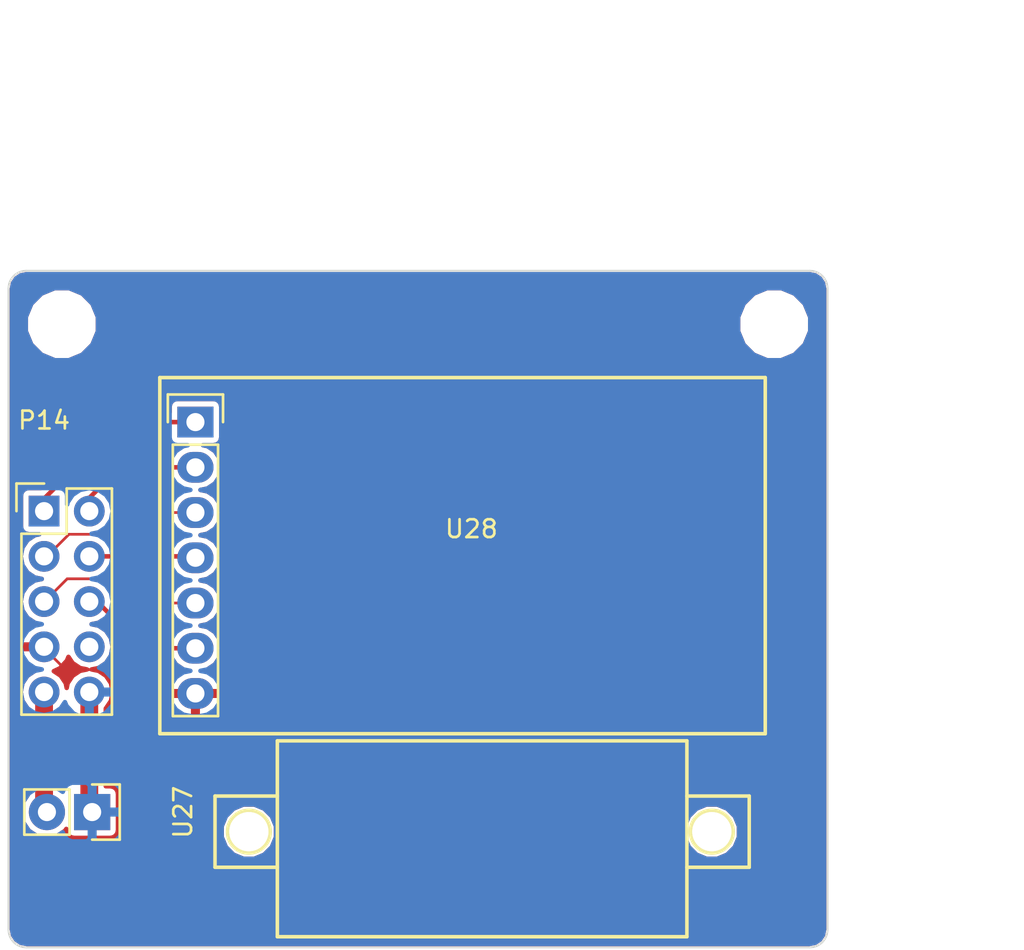
<source format=kicad_pcb>
(kicad_pcb (version 4) (host pcbnew 4.0.1-stable)

  (general
    (links 9)
    (no_connects 0)
    (area 34.767857 46.15 95.232143 92.050001)
    (thickness 1.6)
    (drawings 27)
    (tracks 30)
    (zones 0)
    (modules 7)
    (nets 11)
  )

  (page A3)
  (title_block
    (title "NTK robot")
    (date 2016-10-26)
  )

  (layers
    (0 F.Cu signal)
    (31 B.Cu signal)
    (36 B.SilkS user)
    (37 F.SilkS user)
    (38 B.Mask user)
    (39 F.Mask user)
    (40 Dwgs.User user)
    (41 Cmts.User user)
    (44 Edge.Cuts user)
  )

  (setup
    (last_trace_width 1)
    (user_trace_width 0.1524)
    (user_trace_width 0.254)
    (user_trace_width 0.5)
    (user_trace_width 0.8)
    (user_trace_width 1)
    (user_trace_width 1.5)
    (trace_clearance 0.3)
    (zone_clearance 0.02)
    (zone_45_only no)
    (trace_min 0.1524)
    (segment_width 0.2)
    (edge_width 0.1)
    (via_size 0.6)
    (via_drill 0.3)
    (via_min_size 0.6)
    (via_min_drill 0.3)
    (uvia_size 0.3)
    (uvia_drill 0.1)
    (uvias_allowed no)
    (uvia_min_size 0.2)
    (uvia_min_drill 0.1)
    (pcb_text_width 0.3)
    (pcb_text_size 1.5 1.5)
    (mod_edge_width 0.15)
    (mod_text_size 1 1)
    (mod_text_width 0.15)
    (pad_size 1.5 1.5)
    (pad_drill 0.6)
    (pad_to_mask_clearance 0)
    (aux_axis_origin 0 0)
    (visible_elements 7FFFFFFF)
    (pcbplotparams
      (layerselection 0x00030_80000001)
      (usegerberextensions false)
      (excludeedgelayer true)
      (linewidth 0.100000)
      (plotframeref false)
      (viasonmask false)
      (mode 1)
      (useauxorigin false)
      (hpglpennumber 1)
      (hpglpenspeed 20)
      (hpglpendiameter 15)
      (hpglpenoverlay 2)
      (psnegative false)
      (psa4output false)
      (plotreference true)
      (plotvalue true)
      (plotinvisibletext false)
      (padsonsilk false)
      (subtractmaskfromsilk false)
      (outputformat 1)
      (mirror false)
      (drillshape 1)
      (scaleselection 1)
      (outputdirectory ""))
  )

  (net 0 "")
  (net 1 "Net-(P14-Pad1)")
  (net 2 "Net-(P14-Pad2)")
  (net 3 "Net-(P14-Pad3)")
  (net 4 "Net-(P14-Pad4)")
  (net 5 "Net-(P14-Pad5)")
  (net 6 "Net-(P14-Pad6)")
  (net 7 "Net-(P14-Pad7)")
  (net 8 "Net-(P14-Pad8)")
  (net 9 "Net-(P14-Pad9)")
  (net 10 "Net-(P14-Pad10)")

  (net_class Default "これは標準のネット クラスです。"
    (clearance 0.3)
    (trace_width 1)
    (via_dia 0.6)
    (via_drill 0.3)
    (uvia_dia 0.3)
    (uvia_drill 0.1)
    (add_net "Net-(P14-Pad1)")
    (add_net "Net-(P14-Pad10)")
    (add_net "Net-(P14-Pad2)")
    (add_net "Net-(P14-Pad3)")
    (add_net "Net-(P14-Pad4)")
    (add_net "Net-(P14-Pad5)")
    (add_net "Net-(P14-Pad6)")
    (add_net "Net-(P14-Pad7)")
    (add_net "Net-(P14-Pad8)")
    (add_net "Net-(P14-Pad9)")
  )

  (net_class 0.8mmWidth ""
    (clearance 0.5)
    (trace_width 0.8)
    (via_dia 0.6)
    (via_drill 0.4)
    (uvia_dia 0.3)
    (uvia_drill 0.1)
  )

  (net_class 1mmWidth ""
    (clearance 0.8)
    (trace_width 1)
    (via_dia 0.6)
    (via_drill 0.4)
    (uvia_dia 0.3)
    (uvia_drill 0.1)
  )

  (module Mounting_Holes:MountingHole_3.2mm_M3 (layer F.Cu) (tedit 58207058) (tstamp 58207488)
    (at 85 57)
    (descr "Mounting Hole 3.2mm, no annular, M3")
    (tags "mounting hole 3.2mm no annular m3")
    (fp_text reference REF** (at 0 -4.2) (layer F.SilkS) hide
      (effects (font (size 1 1) (thickness 0.15)))
    )
    (fp_text value MountingHole_3.2mm_M3 (at 0 4.2) (layer F.Fab) hide
      (effects (font (size 1 1) (thickness 0.15)))
    )
    (fp_circle (center 0 0) (end 3.2 0) (layer Cmts.User) (width 0.15))
    (fp_circle (center 0 0) (end 3.45 0) (layer F.CrtYd) (width 0.05))
    (pad 1 np_thru_hole circle (at 0 0) (size 3.2 3.2) (drill 3.2) (layers *.Cu *.Mask))
  )

  (module Mounting_Holes:MountingHole_2.2mm_M2 (layer F.Cu) (tedit 58206DD5) (tstamp 58206F42)
    (at 55.5 85.5)
    (descr "Mounting Hole 2.2mm, no annular, M2")
    (tags "mounting hole 2.2mm no annular m2")
    (fp_text reference REF** (at 0 -3.2) (layer F.SilkS) hide
      (effects (font (size 1 1) (thickness 0.15)))
    )
    (fp_text value MountingHole_2.2mm_M2 (at 0 3.2) (layer F.Fab) hide
      (effects (font (size 1 1) (thickness 0.15)))
    )
    (fp_circle (center 0 0) (end 2.2 0) (layer Cmts.User) (width 0.15))
    (fp_circle (center 0 0) (end 2.45 0) (layer F.CrtYd) (width 0.05))
    (pad 1 np_thru_hole circle (at 0 0) (size 2.2 2.2) (drill 2.2) (layers *.Cu *.Mask))
  )

  (module Pin_Headers:Pin_Header_Straight_2x05 (layer F.Cu) (tedit 0) (tstamp 5820745B)
    (at 44 67.5)
    (descr "Through hole pin header")
    (tags "pin header")
    (path /58097E14/580983BD)
    (fp_text reference P14 (at 0 -5.1) (layer F.SilkS)
      (effects (font (size 1 1) (thickness 0.15)))
    )
    (fp_text value CONN_01X10 (at 0 -3.1) (layer F.Fab)
      (effects (font (size 1 1) (thickness 0.15)))
    )
    (fp_line (start -1.75 -1.75) (end -1.75 11.95) (layer F.CrtYd) (width 0.05))
    (fp_line (start 4.3 -1.75) (end 4.3 11.95) (layer F.CrtYd) (width 0.05))
    (fp_line (start -1.75 -1.75) (end 4.3 -1.75) (layer F.CrtYd) (width 0.05))
    (fp_line (start -1.75 11.95) (end 4.3 11.95) (layer F.CrtYd) (width 0.05))
    (fp_line (start 3.81 -1.27) (end 3.81 11.43) (layer F.SilkS) (width 0.15))
    (fp_line (start 3.81 11.43) (end -1.27 11.43) (layer F.SilkS) (width 0.15))
    (fp_line (start -1.27 11.43) (end -1.27 1.27) (layer F.SilkS) (width 0.15))
    (fp_line (start 3.81 -1.27) (end 1.27 -1.27) (layer F.SilkS) (width 0.15))
    (fp_line (start 0 -1.55) (end -1.55 -1.55) (layer F.SilkS) (width 0.15))
    (fp_line (start 1.27 -1.27) (end 1.27 1.27) (layer F.SilkS) (width 0.15))
    (fp_line (start 1.27 1.27) (end -1.27 1.27) (layer F.SilkS) (width 0.15))
    (fp_line (start -1.55 -1.55) (end -1.55 0) (layer F.SilkS) (width 0.15))
    (pad 1 thru_hole rect (at 0 0) (size 1.7272 1.7272) (drill 1.016) (layers *.Cu *.Mask)
      (net 1 "Net-(P14-Pad1)"))
    (pad 2 thru_hole oval (at 2.54 0) (size 1.7272 1.7272) (drill 1.016) (layers *.Cu *.Mask)
      (net 2 "Net-(P14-Pad2)"))
    (pad 3 thru_hole oval (at 0 2.54) (size 1.7272 1.7272) (drill 1.016) (layers *.Cu *.Mask)
      (net 3 "Net-(P14-Pad3)"))
    (pad 4 thru_hole oval (at 2.54 2.54) (size 1.7272 1.7272) (drill 1.016) (layers *.Cu *.Mask)
      (net 4 "Net-(P14-Pad4)"))
    (pad 5 thru_hole oval (at 0 5.08) (size 1.7272 1.7272) (drill 1.016) (layers *.Cu *.Mask)
      (net 5 "Net-(P14-Pad5)"))
    (pad 6 thru_hole oval (at 2.54 5.08) (size 1.7272 1.7272) (drill 1.016) (layers *.Cu *.Mask)
      (net 6 "Net-(P14-Pad6)"))
    (pad 7 thru_hole oval (at 0 7.62) (size 1.7272 1.7272) (drill 1.016) (layers *.Cu *.Mask)
      (net 7 "Net-(P14-Pad7)"))
    (pad 8 thru_hole oval (at 2.54 7.62) (size 1.7272 1.7272) (drill 1.016) (layers *.Cu *.Mask)
      (net 8 "Net-(P14-Pad8)"))
    (pad 9 thru_hole oval (at 0 10.16) (size 1.7272 1.7272) (drill 1.016) (layers *.Cu *.Mask)
      (net 9 "Net-(P14-Pad9)"))
    (pad 10 thru_hole oval (at 2.54 10.16) (size 1.7272 1.7272) (drill 1.016) (layers *.Cu *.Mask)
      (net 10 "Net-(P14-Pad10)"))
    (model Pin_Headers.3dshapes/Pin_Header_Straight_2x05.wrl
      (at (xyz 0.05 -0.2 0))
      (scale (xyz 1 1 1))
      (rotate (xyz 0 0 90))
    )
  )

  (module Pin_Headers:Pin_Header_Straight_1x02 (layer F.Cu) (tedit 54EA090C) (tstamp 58207984)
    (at 46.7 84.4 270)
    (descr "Through hole pin header")
    (tags "pin header")
    (path /58097E14/58098322)
    (fp_text reference U27 (at 0 -5.1 270) (layer F.SilkS)
      (effects (font (size 1 1) (thickness 0.15)))
    )
    (fp_text value DCV-meter (at 0 -3.1 270) (layer F.Fab)
      (effects (font (size 1 1) (thickness 0.15)))
    )
    (fp_line (start 1.27 1.27) (end 1.27 3.81) (layer F.SilkS) (width 0.15))
    (fp_line (start 1.55 -1.55) (end 1.55 0) (layer F.SilkS) (width 0.15))
    (fp_line (start -1.75 -1.75) (end -1.75 4.3) (layer F.CrtYd) (width 0.05))
    (fp_line (start 1.75 -1.75) (end 1.75 4.3) (layer F.CrtYd) (width 0.05))
    (fp_line (start -1.75 -1.75) (end 1.75 -1.75) (layer F.CrtYd) (width 0.05))
    (fp_line (start -1.75 4.3) (end 1.75 4.3) (layer F.CrtYd) (width 0.05))
    (fp_line (start 1.27 1.27) (end -1.27 1.27) (layer F.SilkS) (width 0.15))
    (fp_line (start -1.55 0) (end -1.55 -1.55) (layer F.SilkS) (width 0.15))
    (fp_line (start -1.55 -1.55) (end 1.55 -1.55) (layer F.SilkS) (width 0.15))
    (fp_line (start -1.27 1.27) (end -1.27 3.81) (layer F.SilkS) (width 0.15))
    (fp_line (start -1.27 3.81) (end 1.27 3.81) (layer F.SilkS) (width 0.15))
    (pad 1 thru_hole rect (at 0 0 270) (size 2.032 2.032) (drill 1.016) (layers *.Cu *.Mask)
      (net 10 "Net-(P14-Pad10)"))
    (pad 2 thru_hole oval (at 0 2.54 270) (size 2.032 2.032) (drill 1.016) (layers *.Cu *.Mask)
      (net 9 "Net-(P14-Pad9)"))
    (model Pin_Headers.3dshapes/Pin_Header_Straight_1x02.wrl
      (at (xyz 0 -0.05 0))
      (scale (xyz 1 1 1))
      (rotate (xyz 0 0 90))
    )
  )

  (module Socket_Strips:Socket_Strip_Straight_1x07 (layer F.Cu) (tedit 58206BED) (tstamp 5820799A)
    (at 52.5 62.5 270)
    (descr "Through hole socket strip")
    (tags "socket strip")
    (path /58097E14/580981DF)
    (fp_text reference U28 (at 6 -15.5 360) (layer F.SilkS)
      (effects (font (size 1 1) (thickness 0.15)))
    )
    (fp_text value AQM1248A (at 7.5 -16 360) (layer F.Fab)
      (effects (font (size 1 1) (thickness 0.15)))
    )
    (fp_line (start -1.75 -1.75) (end -1.75 1.75) (layer F.CrtYd) (width 0.05))
    (fp_line (start 17 -1.75) (end 17 1.75) (layer F.CrtYd) (width 0.05))
    (fp_line (start -1.75 -1.75) (end 17 -1.75) (layer F.CrtYd) (width 0.05))
    (fp_line (start -1.75 1.75) (end 17 1.75) (layer F.CrtYd) (width 0.05))
    (fp_line (start 1.27 1.27) (end 16.51 1.27) (layer F.SilkS) (width 0.15))
    (fp_line (start 16.51 1.27) (end 16.51 -1.27) (layer F.SilkS) (width 0.15))
    (fp_line (start 16.51 -1.27) (end 1.27 -1.27) (layer F.SilkS) (width 0.15))
    (fp_line (start -1.55 1.55) (end 0 1.55) (layer F.SilkS) (width 0.15))
    (fp_line (start 1.27 1.27) (end 1.27 -1.27) (layer F.SilkS) (width 0.15))
    (fp_line (start 0 -1.55) (end -1.55 -1.55) (layer F.SilkS) (width 0.15))
    (fp_line (start -1.55 -1.55) (end -1.55 1.55) (layer F.SilkS) (width 0.15))
    (pad 1 thru_hole rect (at 0 0 270) (size 1.7272 2.032) (drill 1.016) (layers *.Cu *.Mask)
      (net 1 "Net-(P14-Pad1)"))
    (pad 2 thru_hole oval (at 2.54 0 270) (size 1.7272 2.032) (drill 1.016) (layers *.Cu *.Mask)
      (net 2 "Net-(P14-Pad2)"))
    (pad 3 thru_hole oval (at 5.08 0 270) (size 1.7272 2.032) (drill 1.016) (layers *.Cu *.Mask)
      (net 3 "Net-(P14-Pad3)"))
    (pad 4 thru_hole oval (at 7.62 0 270) (size 1.7272 2.032) (drill 1.016) (layers *.Cu *.Mask)
      (net 4 "Net-(P14-Pad4)"))
    (pad 5 thru_hole oval (at 10.16 0 270) (size 1.7272 2.032) (drill 1.016) (layers *.Cu *.Mask)
      (net 5 "Net-(P14-Pad5)"))
    (pad 6 thru_hole oval (at 12.7 0 270) (size 1.7272 2.032) (drill 1.016) (layers *.Cu *.Mask)
      (net 6 "Net-(P14-Pad6)"))
    (pad 7 thru_hole oval (at 15.24 0 270) (size 1.7272 2.032) (drill 1.016) (layers *.Cu *.Mask)
      (net 7 "Net-(P14-Pad7)"))
    (model Socket_Strips.3dshapes/Socket_Strip_Straight_1x07.wrl
      (at (xyz 0.3 0 0))
      (scale (xyz 1 1 1))
      (rotate (xyz 0 0 180))
    )
  )

  (module Mounting_Holes:MountingHole_2.2mm_M2 (layer F.Cu) (tedit 58206DD5) (tstamp 58206F22)
    (at 81.5 85.5)
    (descr "Mounting Hole 2.2mm, no annular, M2")
    (tags "mounting hole 2.2mm no annular m2")
    (fp_text reference REF** (at 0 -3.2) (layer F.SilkS) hide
      (effects (font (size 1 1) (thickness 0.15)))
    )
    (fp_text value MountingHole_2.2mm_M2 (at 0 3.2) (layer F.Fab) hide
      (effects (font (size 1 1) (thickness 0.15)))
    )
    (fp_circle (center 0 0) (end 2.2 0) (layer Cmts.User) (width 0.15))
    (fp_circle (center 0 0) (end 2.45 0) (layer F.CrtYd) (width 0.05))
    (pad 1 np_thru_hole circle (at 0 0) (size 2.2 2.2) (drill 2.2) (layers *.Cu *.Mask))
  )

  (module Mounting_Holes:MountingHole_3.2mm_M3 (layer F.Cu) (tedit 58207058) (tstamp 5820746F)
    (at 45 57)
    (descr "Mounting Hole 3.2mm, no annular, M3")
    (tags "mounting hole 3.2mm no annular m3")
    (fp_text reference REF** (at 0 -4.2) (layer F.SilkS) hide
      (effects (font (size 1 1) (thickness 0.15)))
    )
    (fp_text value MountingHole_3.2mm_M3 (at 0 4.2) (layer F.Fab) hide
      (effects (font (size 1 1) (thickness 0.15)))
    )
    (fp_circle (center 0 0) (end 3.2 0) (layer Cmts.User) (width 0.15))
    (fp_circle (center 0 0) (end 3.45 0) (layer F.CrtYd) (width 0.05))
    (pad 1 np_thru_hole circle (at 0 0) (size 3.2 3.2) (drill 3.2) (layers *.Cu *.Mask))
  )

  (dimension 46 (width 0.3) (layer Dwgs.User)
    (gr_text "46.000 mm" (at 65 40.65) (layer Dwgs.User)
      (effects (font (size 1.5 1.5) (thickness 0.3)))
    )
    (feature1 (pts (xy 88 54) (xy 88 39.3)))
    (feature2 (pts (xy 42 54) (xy 42 39.3)))
    (crossbar (pts (xy 42 42) (xy 88 42)))
    (arrow1a (pts (xy 88 42) (xy 86.873496 42.586421)))
    (arrow1b (pts (xy 88 42) (xy 86.873496 41.413579)))
    (arrow2a (pts (xy 42 42) (xy 43.126504 42.586421)))
    (arrow2b (pts (xy 42 42) (xy 43.126504 41.413579)))
  )
  (dimension 38 (width 0.3) (layer Dwgs.User)
    (gr_text "38.000 mm" (at 96.35 73 270) (layer Dwgs.User)
      (effects (font (size 1.5 1.5) (thickness 0.3)))
    )
    (feature1 (pts (xy 88 92) (xy 97.7 92)))
    (feature2 (pts (xy 88 54) (xy 97.7 54)))
    (crossbar (pts (xy 95 54) (xy 95 92)))
    (arrow1a (pts (xy 95 92) (xy 94.413579 90.873496)))
    (arrow1b (pts (xy 95 92) (xy 95.586421 90.873496)))
    (arrow2a (pts (xy 95 54) (xy 94.413579 55.126504)))
    (arrow2b (pts (xy 95 54) (xy 95.586421 55.126504)))
  )
  (gr_line (start 87 54) (end 43 54) (angle 90) (layer Edge.Cuts) (width 0.1))
  (gr_line (start 88 91) (end 88 55) (angle 90) (layer Edge.Cuts) (width 0.1))
  (gr_line (start 43 92) (end 87 92) (angle 90) (layer Edge.Cuts) (width 0.1))
  (gr_line (start 42 55) (end 42 91) (angle 90) (layer Edge.Cuts) (width 0.1))
  (gr_arc (start 43 91) (end 43 92) (angle 90) (layer Edge.Cuts) (width 0.1))
  (gr_arc (start 87 91) (end 88 91) (angle 90) (layer Edge.Cuts) (width 0.1))
  (gr_arc (start 87 55) (end 87 54) (angle 90) (layer Edge.Cuts) (width 0.1))
  (gr_arc (start 43 55) (end 42 55) (angle 90) (layer Edge.Cuts) (width 0.1))
  (dimension 40 (width 0.3) (layer Dwgs.User)
    (gr_text "40.000 mm" (at 65 47.65) (layer Dwgs.User)
      (effects (font (size 1.5 1.5) (thickness 0.3)))
    )
    (feature1 (pts (xy 85 57) (xy 85 46.3)))
    (feature2 (pts (xy 45 57) (xy 45 46.3)))
    (crossbar (pts (xy 45 49) (xy 85 49)))
    (arrow1a (pts (xy 85 49) (xy 83.873496 49.586421)))
    (arrow1b (pts (xy 85 49) (xy 83.873496 48.413579)))
    (arrow2a (pts (xy 45 49) (xy 46.126504 49.586421)))
    (arrow2b (pts (xy 45 49) (xy 46.126504 48.413579)))
  )
  (gr_circle (center 55.5 85.5) (end 56.7 85.5) (layer F.SilkS) (width 0.2) (tstamp 58206D5A))
  (gr_circle (center 81.5 85.5) (end 82.7 85.5) (layer F.SilkS) (width 0.2))
  (gr_line (start 83.6 83.5) (end 80.1 83.5) (angle 90) (layer F.SilkS) (width 0.2))
  (gr_line (start 83.6 87.5) (end 80.1 87.5) (angle 90) (layer F.SilkS) (width 0.2))
  (gr_line (start 83.6 83.5) (end 83.6 87.5) (angle 90) (layer F.SilkS) (width 0.2))
  (gr_line (start 57.1 83.5) (end 53.6 83.5) (angle 90) (layer F.SilkS) (width 0.2))
  (gr_line (start 53.6 87.5) (end 57.1 87.5) (angle 90) (layer F.SilkS) (width 0.2))
  (gr_line (start 53.6 83.5) (end 53.6 87.5) (angle 90) (layer F.SilkS) (width 0.2))
  (gr_line (start 57.1 80.4) (end 80.1 80.4) (angle 90) (layer F.SilkS) (width 0.2))
  (gr_line (start 57.1 91.4) (end 57.1 80.4) (angle 90) (layer F.SilkS) (width 0.2))
  (gr_line (start 80.1 91.4) (end 57.1 91.4) (angle 90) (layer F.SilkS) (width 0.2))
  (gr_line (start 80.1 80.4) (end 80.1 91.4) (angle 90) (layer F.SilkS) (width 0.2))
  (gr_line (start 50.5 80) (end 50.5 60) (angle 90) (layer F.SilkS) (width 0.2))
  (gr_line (start 84.5 80) (end 50.5 80) (angle 90) (layer F.SilkS) (width 0.2))
  (gr_line (start 84.5 60) (end 84.5 80) (angle 90) (layer F.SilkS) (width 0.2))
  (gr_line (start 50.5 60) (end 84.5 60) (angle 90) (layer F.SilkS) (width 0.2))

  (segment (start 44 67.5) (end 44 66.8) (width 0.254) (layer F.Cu) (net 1))
  (segment (start 44 66.8) (end 48.3 62.5) (width 0.254) (layer F.Cu) (net 1) (tstamp 58206F5C))
  (segment (start 48.3 62.5) (end 52.5 62.5) (width 0.254) (layer F.Cu) (net 1) (tstamp 58206F5D))
  (segment (start 46.54 67.5) (end 46.54 66.76) (width 0.254) (layer F.Cu) (net 2))
  (segment (start 46.54 66.76) (end 48.26 65.04) (width 0.254) (layer F.Cu) (net 2) (tstamp 58206F61))
  (segment (start 48.26 65.04) (end 52.5 65.04) (width 0.254) (layer F.Cu) (net 2) (tstamp 58206F62))
  (segment (start 44 70.04) (end 44.16 70.04) (width 0.1524) (layer F.Cu) (net 3))
  (segment (start 44.16 70.04) (end 45.4 68.8) (width 0.1524) (layer F.Cu) (net 3) (tstamp 58206F68))
  (segment (start 45.4 68.8) (end 47.8 68.8) (width 0.1524) (layer F.Cu) (net 3) (tstamp 58206F69))
  (segment (start 47.8 68.8) (end 49.02 67.58) (width 0.1524) (layer F.Cu) (net 3) (tstamp 58206F6B))
  (segment (start 49.02 67.58) (end 52.5 67.58) (width 0.1524) (layer F.Cu) (net 3) (tstamp 58206F6D))
  (segment (start 46.54 70.04) (end 52.42 70.04) (width 0.254) (layer F.Cu) (net 4))
  (segment (start 52.42 70.04) (end 52.5 70.12) (width 0.254) (layer F.Cu) (net 4) (tstamp 58206F84))
  (segment (start 44 72.58) (end 44.02 72.58) (width 0.1524) (layer F.Cu) (net 5))
  (segment (start 44.02 72.58) (end 45.3 71.3) (width 0.1524) (layer F.Cu) (net 5) (tstamp 58206F71))
  (segment (start 45.3 71.3) (end 47.4 71.3) (width 0.1524) (layer F.Cu) (net 5) (tstamp 58206F72))
  (segment (start 47.4 71.3) (end 48.76 72.66) (width 0.1524) (layer F.Cu) (net 5) (tstamp 58206F74))
  (segment (start 48.76 72.66) (end 52.5 72.66) (width 0.1524) (layer F.Cu) (net 5) (tstamp 58206F76))
  (segment (start 46.54 72.58) (end 46.98 72.58) (width 0.254) (layer F.Cu) (net 6))
  (segment (start 46.98 72.58) (end 49.6 75.2) (width 0.254) (layer F.Cu) (net 6) (tstamp 58206F87))
  (segment (start 49.6 75.2) (end 52.5 75.2) (width 0.254) (layer F.Cu) (net 6) (tstamp 58206F88))
  (segment (start 44 75.12) (end 44 75.2) (width 0.1524) (layer F.Cu) (net 7))
  (segment (start 44 75.2) (end 45.2 76.4) (width 0.1524) (layer F.Cu) (net 7) (tstamp 58206F7B))
  (segment (start 45.2 76.4) (end 48 76.4) (width 0.1524) (layer F.Cu) (net 7) (tstamp 58206F7C))
  (segment (start 48 76.4) (end 49.34 77.74) (width 0.1524) (layer F.Cu) (net 7) (tstamp 58206F7E))
  (segment (start 49.34 77.74) (end 52.5 77.74) (width 0.1524) (layer F.Cu) (net 7) (tstamp 58206F80))
  (segment (start 44 77.66) (end 44 84.24) (width 1) (layer F.Cu) (net 9))
  (segment (start 44 84.24) (end 44.16 84.4) (width 1) (layer F.Cu) (net 9) (tstamp 58206FDD))
  (segment (start 46.54 77.66) (end 46.54 84.24) (width 1) (layer F.Cu) (net 10))
  (segment (start 46.54 84.24) (end 46.7 84.4) (width 1) (layer F.Cu) (net 10) (tstamp 58206FE0))

  (zone (net 0) (net_name "") (layer F.Paste) (tstamp 582074B2) (hatch edge 0.508)
    (connect_pads (clearance 0.508))
    (min_thickness 0.254)
    (fill yes (arc_segments 16) (thermal_gap 0.508) (thermal_bridge_width 0.508))
    (polygon
      (pts
        (xy 88 92) (xy 42 92) (xy 42 54) (xy 88 54) (xy 88 92)
      )
    )
    (filled_polygon
      (pts
        (xy 87.873 91.873) (xy 42.127 91.873) (xy 42.127 54.127) (xy 87.873 54.127)
      )
    )
  )
  (zone (net 7) (net_name "Net-(P14-Pad7)") (layer F.Cu) (tstamp 58207275) (hatch edge 0.508)
    (connect_pads (clearance 0.02))
    (min_thickness 0.254)
    (fill yes (arc_segments 16) (thermal_gap 0.508) (thermal_bridge_width 0.508))
    (polygon
      (pts
        (xy 88 92) (xy 42 92) (xy 42 54) (xy 88 54) (xy 88 92)
      )
    )
    (filled_polygon
      (pts
        (xy 87.305818 54.26169) (xy 87.565077 54.434922) (xy 87.73831 54.694182) (xy 87.803 55.019403) (xy 87.803 90.980597)
        (xy 87.73831 91.305818) (xy 87.565077 91.565078) (xy 87.305818 91.73831) (xy 86.980596 91.803) (xy 43.019403 91.803)
        (xy 42.694182 91.73831) (xy 42.434922 91.565077) (xy 42.26169 91.305818) (xy 42.197 90.980596) (xy 42.197 74.760974)
        (xy 42.545042 74.760974) (xy 42.666183 74.993) (xy 43.873 74.993) (xy 43.873 74.973) (xy 44.127 74.973)
        (xy 44.127 74.993) (xy 44.147 74.993) (xy 44.147 75.247) (xy 44.127 75.247) (xy 44.127 75.267)
        (xy 43.873 75.267) (xy 43.873 75.247) (xy 42.666183 75.247) (xy 42.545042 75.479026) (xy 42.717312 75.894947)
        (xy 43.11151 76.326821) (xy 43.45244 76.486607) (xy 43.062124 76.747408) (xy 42.782357 77.166109) (xy 42.684116 77.66)
        (xy 42.782357 78.153891) (xy 43.062124 78.572592) (xy 43.073 78.579859) (xy 43.073 83.451116) (xy 42.826842 83.819518)
        (xy 42.717 84.37173) (xy 42.717 84.42827) (xy 42.826842 84.980482) (xy 43.139645 85.448625) (xy 43.607788 85.761428)
        (xy 44.16 85.87127) (xy 44.712212 85.761428) (xy 45.180355 85.448625) (xy 45.248635 85.346437) (xy 45.248635 85.416)
        (xy 45.278409 85.574237) (xy 45.371927 85.719567) (xy 45.514619 85.817064) (xy 45.684 85.851365) (xy 47.716 85.851365)
        (xy 47.874237 85.821591) (xy 47.904049 85.802407) (xy 53.972735 85.802407) (xy 54.204717 86.363846) (xy 54.633894 86.793773)
        (xy 55.194928 87.026735) (xy 55.802407 87.027265) (xy 56.363846 86.795283) (xy 56.793773 86.366106) (xy 57.026735 85.805072)
        (xy 57.026737 85.802407) (xy 79.972735 85.802407) (xy 80.204717 86.363846) (xy 80.633894 86.793773) (xy 81.194928 87.026735)
        (xy 81.802407 87.027265) (xy 82.363846 86.795283) (xy 82.793773 86.366106) (xy 83.026735 85.805072) (xy 83.027265 85.197593)
        (xy 82.795283 84.636154) (xy 82.366106 84.206227) (xy 81.805072 83.973265) (xy 81.197593 83.972735) (xy 80.636154 84.204717)
        (xy 80.206227 84.633894) (xy 79.973265 85.194928) (xy 79.972735 85.802407) (xy 57.026737 85.802407) (xy 57.027265 85.197593)
        (xy 56.795283 84.636154) (xy 56.366106 84.206227) (xy 55.805072 83.973265) (xy 55.197593 83.972735) (xy 54.636154 84.204717)
        (xy 54.206227 84.633894) (xy 53.973265 85.194928) (xy 53.972735 85.802407) (xy 47.904049 85.802407) (xy 48.019567 85.728073)
        (xy 48.117064 85.585381) (xy 48.151365 85.416) (xy 48.151365 83.384) (xy 48.121591 83.225763) (xy 48.028073 83.080433)
        (xy 47.885381 82.982936) (xy 47.716 82.948635) (xy 47.467 82.948635) (xy 47.467 78.579859) (xy 47.477876 78.572592)
        (xy 47.757643 78.153891) (xy 47.768556 78.099026) (xy 50.892642 78.099026) (xy 50.895291 78.114791) (xy 51.149268 78.642036)
        (xy 51.58568 79.031954) (xy 52.138087 79.225184) (xy 52.373 79.080924) (xy 52.373 77.867) (xy 52.627 77.867)
        (xy 52.627 79.080924) (xy 52.861913 79.225184) (xy 53.41432 79.031954) (xy 53.850732 78.642036) (xy 54.104709 78.114791)
        (xy 54.107358 78.099026) (xy 53.986217 77.867) (xy 52.627 77.867) (xy 52.373 77.867) (xy 51.013783 77.867)
        (xy 50.892642 78.099026) (xy 47.768556 78.099026) (xy 47.855884 77.66) (xy 47.757643 77.166109) (xy 47.477876 76.747408)
        (xy 47.059175 76.467641) (xy 46.668847 76.39) (xy 47.059175 76.312359) (xy 47.477876 76.032592) (xy 47.757643 75.613891)
        (xy 47.855884 75.12) (xy 47.757643 74.626109) (xy 47.477876 74.207408) (xy 47.059175 73.927641) (xy 46.668847 73.85)
        (xy 47.059175 73.772359) (xy 47.256822 73.640296) (xy 49.208263 75.591737) (xy 49.387994 75.71183) (xy 49.6 75.754)
        (xy 51.167135 75.754) (xy 51.406738 76.112592) (xy 51.797757 76.373862) (xy 51.58568 76.448046) (xy 51.149268 76.837964)
        (xy 50.895291 77.365209) (xy 50.892642 77.380974) (xy 51.013783 77.613) (xy 52.373 77.613) (xy 52.373 77.593)
        (xy 52.627 77.593) (xy 52.627 77.613) (xy 53.986217 77.613) (xy 54.107358 77.380974) (xy 54.104709 77.365209)
        (xy 53.850732 76.837964) (xy 53.41432 76.448046) (xy 53.202243 76.373862) (xy 53.593262 76.112592) (xy 53.873029 75.693891)
        (xy 53.97127 75.2) (xy 53.873029 74.706109) (xy 53.593262 74.287408) (xy 53.174561 74.007641) (xy 52.784233 73.93)
        (xy 53.174561 73.852359) (xy 53.593262 73.572592) (xy 53.873029 73.153891) (xy 53.97127 72.66) (xy 53.873029 72.166109)
        (xy 53.593262 71.747408) (xy 53.174561 71.467641) (xy 52.784233 71.39) (xy 53.174561 71.312359) (xy 53.593262 71.032592)
        (xy 53.873029 70.613891) (xy 53.97127 70.12) (xy 53.873029 69.626109) (xy 53.593262 69.207408) (xy 53.174561 68.927641)
        (xy 52.784233 68.85) (xy 53.174561 68.772359) (xy 53.593262 68.492592) (xy 53.873029 68.073891) (xy 53.97127 67.58)
        (xy 53.873029 67.086109) (xy 53.593262 66.667408) (xy 53.174561 66.387641) (xy 52.784233 66.31) (xy 53.174561 66.232359)
        (xy 53.593262 65.952592) (xy 53.873029 65.533891) (xy 53.97127 65.04) (xy 53.873029 64.546109) (xy 53.593262 64.127408)
        (xy 53.174561 63.847641) (xy 52.92985 63.798965) (xy 53.516 63.798965) (xy 53.674237 63.769191) (xy 53.819567 63.675673)
        (xy 53.917064 63.532981) (xy 53.951365 63.3636) (xy 53.951365 61.6364) (xy 53.921591 61.478163) (xy 53.828073 61.332833)
        (xy 53.685381 61.235336) (xy 53.516 61.201035) (xy 51.484 61.201035) (xy 51.325763 61.230809) (xy 51.180433 61.324327)
        (xy 51.082936 61.467019) (xy 51.048635 61.6364) (xy 51.048635 61.946) (xy 48.3 61.946) (xy 48.087993 61.988171)
        (xy 47.908263 62.108263) (xy 43.815491 66.201035) (xy 43.1364 66.201035) (xy 42.978163 66.230809) (xy 42.832833 66.324327)
        (xy 42.735336 66.467019) (xy 42.701035 66.6364) (xy 42.701035 68.3636) (xy 42.730809 68.521837) (xy 42.824327 68.667167)
        (xy 42.967019 68.764664) (xy 43.1364 68.798965) (xy 43.725536 68.798965) (xy 43.480825 68.847641) (xy 43.062124 69.127408)
        (xy 42.782357 69.546109) (xy 42.684116 70.04) (xy 42.782357 70.533891) (xy 43.062124 70.952592) (xy 43.480825 71.232359)
        (xy 43.871153 71.31) (xy 43.480825 71.387641) (xy 43.062124 71.667408) (xy 42.782357 72.086109) (xy 42.684116 72.58)
        (xy 42.782357 73.073891) (xy 43.062124 73.492592) (xy 43.45244 73.753393) (xy 43.11151 73.913179) (xy 42.717312 74.345053)
        (xy 42.545042 74.760974) (xy 42.197 74.760974) (xy 42.197 57.401426) (xy 42.972649 57.401426) (xy 43.280591 58.146703)
        (xy 43.850298 58.717405) (xy 44.595036 59.026647) (xy 45.401426 59.027351) (xy 46.146703 58.719409) (xy 46.717405 58.149702)
        (xy 47.026647 57.404964) (xy 47.02665 57.401426) (xy 82.972649 57.401426) (xy 83.280591 58.146703) (xy 83.850298 58.717405)
        (xy 84.595036 59.026647) (xy 85.401426 59.027351) (xy 86.146703 58.719409) (xy 86.717405 58.149702) (xy 87.026647 57.404964)
        (xy 87.027351 56.598574) (xy 86.719409 55.853297) (xy 86.149702 55.282595) (xy 85.404964 54.973353) (xy 84.598574 54.972649)
        (xy 83.853297 55.280591) (xy 83.282595 55.850298) (xy 82.973353 56.595036) (xy 82.972649 57.401426) (xy 47.02665 57.401426)
        (xy 47.027351 56.598574) (xy 46.719409 55.853297) (xy 46.149702 55.282595) (xy 45.404964 54.973353) (xy 44.598574 54.972649)
        (xy 43.853297 55.280591) (xy 43.282595 55.850298) (xy 42.973353 56.595036) (xy 42.972649 57.401426) (xy 42.197 57.401426)
        (xy 42.197 55.019404) (xy 42.26169 54.694182) (xy 42.434922 54.434923) (xy 42.694182 54.26169) (xy 43.019403 54.197)
        (xy 86.980596 54.197)
      )
    )
    (filled_polygon
      (pts
        (xy 45.602124 76.032592) (xy 46.020825 76.312359) (xy 46.411153 76.39) (xy 46.020825 76.467641) (xy 45.602124 76.747408)
        (xy 45.322357 77.166109) (xy 45.27 77.429325) (xy 45.217643 77.166109) (xy 44.937876 76.747408) (xy 44.54756 76.486607)
        (xy 44.88849 76.326821) (xy 45.282688 75.894947) (xy 45.369732 75.684792)
      )
    )
  )
  (zone (net 10) (net_name "Net-(P14-Pad10)") (layer B.Cu) (tstamp 582072BA) (hatch edge 0.508)
    (connect_pads (clearance 0.02))
    (min_thickness 0.254)
    (fill yes (arc_segments 16) (thermal_gap 0.508) (thermal_bridge_width 0.508))
    (polygon
      (pts
        (xy 88 92) (xy 42 92) (xy 42 54) (xy 88 54) (xy 88 92)
      )
    )
    (filled_polygon
      (pts
        (xy 87.305818 54.26169) (xy 87.565077 54.434922) (xy 87.73831 54.694182) (xy 87.803 55.019403) (xy 87.803 90.980597)
        (xy 87.73831 91.305818) (xy 87.565077 91.565078) (xy 87.305818 91.73831) (xy 86.980596 91.803) (xy 43.019403 91.803)
        (xy 42.694182 91.73831) (xy 42.434922 91.565077) (xy 42.26169 91.305818) (xy 42.197 90.980596) (xy 42.197 84.37173)
        (xy 42.717 84.37173) (xy 42.717 84.42827) (xy 42.826842 84.980482) (xy 43.139645 85.448625) (xy 43.607788 85.761428)
        (xy 44.16 85.87127) (xy 44.712212 85.761428) (xy 45.049 85.536394) (xy 45.049 85.542309) (xy 45.145673 85.775698)
        (xy 45.324301 85.954327) (xy 45.55769 86.051) (xy 46.41425 86.051) (xy 46.573 85.89225) (xy 46.573 84.527)
        (xy 46.827 84.527) (xy 46.827 85.89225) (xy 46.98575 86.051) (xy 47.84231 86.051) (xy 48.075699 85.954327)
        (xy 48.227618 85.802407) (xy 53.972735 85.802407) (xy 54.204717 86.363846) (xy 54.633894 86.793773) (xy 55.194928 87.026735)
        (xy 55.802407 87.027265) (xy 56.363846 86.795283) (xy 56.793773 86.366106) (xy 57.026735 85.805072) (xy 57.026737 85.802407)
        (xy 79.972735 85.802407) (xy 80.204717 86.363846) (xy 80.633894 86.793773) (xy 81.194928 87.026735) (xy 81.802407 87.027265)
        (xy 82.363846 86.795283) (xy 82.793773 86.366106) (xy 83.026735 85.805072) (xy 83.027265 85.197593) (xy 82.795283 84.636154)
        (xy 82.366106 84.206227) (xy 81.805072 83.973265) (xy 81.197593 83.972735) (xy 80.636154 84.204717) (xy 80.206227 84.633894)
        (xy 79.973265 85.194928) (xy 79.972735 85.802407) (xy 57.026737 85.802407) (xy 57.027265 85.197593) (xy 56.795283 84.636154)
        (xy 56.366106 84.206227) (xy 55.805072 83.973265) (xy 55.197593 83.972735) (xy 54.636154 84.204717) (xy 54.206227 84.633894)
        (xy 53.973265 85.194928) (xy 53.972735 85.802407) (xy 48.227618 85.802407) (xy 48.254327 85.775698) (xy 48.351 85.542309)
        (xy 48.351 84.68575) (xy 48.19225 84.527) (xy 46.827 84.527) (xy 46.573 84.527) (xy 46.553 84.527)
        (xy 46.553 84.273) (xy 46.573 84.273) (xy 46.573 82.90775) (xy 46.827 82.90775) (xy 46.827 84.273)
        (xy 48.19225 84.273) (xy 48.351 84.11425) (xy 48.351 83.257691) (xy 48.254327 83.024302) (xy 48.075699 82.845673)
        (xy 47.84231 82.749) (xy 46.98575 82.749) (xy 46.827 82.90775) (xy 46.573 82.90775) (xy 46.41425 82.749)
        (xy 45.55769 82.749) (xy 45.324301 82.845673) (xy 45.145673 83.024302) (xy 45.049 83.257691) (xy 45.049 83.263606)
        (xy 44.712212 83.038572) (xy 44.16 82.92873) (xy 43.607788 83.038572) (xy 43.139645 83.351375) (xy 42.826842 83.819518)
        (xy 42.717 84.37173) (xy 42.197 84.37173) (xy 42.197 70.04) (xy 42.684116 70.04) (xy 42.782357 70.533891)
        (xy 43.062124 70.952592) (xy 43.480825 71.232359) (xy 43.871153 71.31) (xy 43.480825 71.387641) (xy 43.062124 71.667408)
        (xy 42.782357 72.086109) (xy 42.684116 72.58) (xy 42.782357 73.073891) (xy 43.062124 73.492592) (xy 43.480825 73.772359)
        (xy 43.871153 73.85) (xy 43.480825 73.927641) (xy 43.062124 74.207408) (xy 42.782357 74.626109) (xy 42.684116 75.12)
        (xy 42.782357 75.613891) (xy 43.062124 76.032592) (xy 43.480825 76.312359) (xy 43.871153 76.39) (xy 43.480825 76.467641)
        (xy 43.062124 76.747408) (xy 42.782357 77.166109) (xy 42.684116 77.66) (xy 42.782357 78.153891) (xy 43.062124 78.572592)
        (xy 43.480825 78.852359) (xy 43.974716 78.9506) (xy 44.025284 78.9506) (xy 44.519175 78.852359) (xy 44.937876 78.572592)
        (xy 45.170268 78.224792) (xy 45.257312 78.434947) (xy 45.65151 78.866821) (xy 46.180973 79.114968) (xy 46.413 78.994469)
        (xy 46.413 77.787) (xy 46.667 77.787) (xy 46.667 78.994469) (xy 46.899027 79.114968) (xy 47.42849 78.866821)
        (xy 47.822688 78.434947) (xy 47.994958 78.019026) (xy 47.873817 77.787) (xy 46.667 77.787) (xy 46.413 77.787)
        (xy 46.393 77.787) (xy 46.393 77.533) (xy 46.413 77.533) (xy 46.413 77.513) (xy 46.667 77.513)
        (xy 46.667 77.533) (xy 47.873817 77.533) (xy 47.994958 77.300974) (xy 47.822688 76.885053) (xy 47.42849 76.453179)
        (xy 47.08756 76.293393) (xy 47.477876 76.032592) (xy 47.757643 75.613891) (xy 47.855884 75.12) (xy 47.757643 74.626109)
        (xy 47.477876 74.207408) (xy 47.059175 73.927641) (xy 46.668847 73.85) (xy 47.059175 73.772359) (xy 47.477876 73.492592)
        (xy 47.757643 73.073891) (xy 47.855884 72.58) (xy 47.757643 72.086109) (xy 47.477876 71.667408) (xy 47.059175 71.387641)
        (xy 46.668847 71.31) (xy 47.059175 71.232359) (xy 47.477876 70.952592) (xy 47.757643 70.533891) (xy 47.855884 70.04)
        (xy 47.757643 69.546109) (xy 47.477876 69.127408) (xy 47.059175 68.847641) (xy 46.668847 68.77) (xy 47.059175 68.692359)
        (xy 47.477876 68.412592) (xy 47.757643 67.993891) (xy 47.855884 67.5) (xy 47.757643 67.006109) (xy 47.477876 66.587408)
        (xy 47.059175 66.307641) (xy 46.565284 66.2094) (xy 46.514716 66.2094) (xy 46.020825 66.307641) (xy 45.602124 66.587408)
        (xy 45.322357 67.006109) (xy 45.298965 67.123709) (xy 45.298965 66.6364) (xy 45.269191 66.478163) (xy 45.175673 66.332833)
        (xy 45.032981 66.235336) (xy 44.8636 66.201035) (xy 43.1364 66.201035) (xy 42.978163 66.230809) (xy 42.832833 66.324327)
        (xy 42.735336 66.467019) (xy 42.701035 66.6364) (xy 42.701035 68.3636) (xy 42.730809 68.521837) (xy 42.824327 68.667167)
        (xy 42.967019 68.764664) (xy 43.1364 68.798965) (xy 43.725536 68.798965) (xy 43.480825 68.847641) (xy 43.062124 69.127408)
        (xy 42.782357 69.546109) (xy 42.684116 70.04) (xy 42.197 70.04) (xy 42.197 65.04) (xy 51.02873 65.04)
        (xy 51.126971 65.533891) (xy 51.406738 65.952592) (xy 51.825439 66.232359) (xy 52.215767 66.31) (xy 51.825439 66.387641)
        (xy 51.406738 66.667408) (xy 51.126971 67.086109) (xy 51.02873 67.58) (xy 51.126971 68.073891) (xy 51.406738 68.492592)
        (xy 51.825439 68.772359) (xy 52.215767 68.85) (xy 51.825439 68.927641) (xy 51.406738 69.207408) (xy 51.126971 69.626109)
        (xy 51.02873 70.12) (xy 51.126971 70.613891) (xy 51.406738 71.032592) (xy 51.825439 71.312359) (xy 52.215767 71.39)
        (xy 51.825439 71.467641) (xy 51.406738 71.747408) (xy 51.126971 72.166109) (xy 51.02873 72.66) (xy 51.126971 73.153891)
        (xy 51.406738 73.572592) (xy 51.825439 73.852359) (xy 52.215767 73.93) (xy 51.825439 74.007641) (xy 51.406738 74.287408)
        (xy 51.126971 74.706109) (xy 51.02873 75.2) (xy 51.126971 75.693891) (xy 51.406738 76.112592) (xy 51.825439 76.392359)
        (xy 52.215767 76.47) (xy 51.825439 76.547641) (xy 51.406738 76.827408) (xy 51.126971 77.246109) (xy 51.02873 77.74)
        (xy 51.126971 78.233891) (xy 51.406738 78.652592) (xy 51.825439 78.932359) (xy 52.31933 79.0306) (xy 52.68067 79.0306)
        (xy 53.174561 78.932359) (xy 53.593262 78.652592) (xy 53.873029 78.233891) (xy 53.97127 77.74) (xy 53.873029 77.246109)
        (xy 53.593262 76.827408) (xy 53.174561 76.547641) (xy 52.784233 76.47) (xy 53.174561 76.392359) (xy 53.593262 76.112592)
        (xy 53.873029 75.693891) (xy 53.97127 75.2) (xy 53.873029 74.706109) (xy 53.593262 74.287408) (xy 53.174561 74.007641)
        (xy 52.784233 73.93) (xy 53.174561 73.852359) (xy 53.593262 73.572592) (xy 53.873029 73.153891) (xy 53.97127 72.66)
        (xy 53.873029 72.166109) (xy 53.593262 71.747408) (xy 53.174561 71.467641) (xy 52.784233 71.39) (xy 53.174561 71.312359)
        (xy 53.593262 71.032592) (xy 53.873029 70.613891) (xy 53.97127 70.12) (xy 53.873029 69.626109) (xy 53.593262 69.207408)
        (xy 53.174561 68.927641) (xy 52.784233 68.85) (xy 53.174561 68.772359) (xy 53.593262 68.492592) (xy 53.873029 68.073891)
        (xy 53.97127 67.58) (xy 53.873029 67.086109) (xy 53.593262 66.667408) (xy 53.174561 66.387641) (xy 52.784233 66.31)
        (xy 53.174561 66.232359) (xy 53.593262 65.952592) (xy 53.873029 65.533891) (xy 53.97127 65.04) (xy 53.873029 64.546109)
        (xy 53.593262 64.127408) (xy 53.174561 63.847641) (xy 52.92985 63.798965) (xy 53.516 63.798965) (xy 53.674237 63.769191)
        (xy 53.819567 63.675673) (xy 53.917064 63.532981) (xy 53.951365 63.3636) (xy 53.951365 61.6364) (xy 53.921591 61.478163)
        (xy 53.828073 61.332833) (xy 53.685381 61.235336) (xy 53.516 61.201035) (xy 51.484 61.201035) (xy 51.325763 61.230809)
        (xy 51.180433 61.324327) (xy 51.082936 61.467019) (xy 51.048635 61.6364) (xy 51.048635 63.3636) (xy 51.078409 63.521837)
        (xy 51.171927 63.667167) (xy 51.314619 63.764664) (xy 51.484 63.798965) (xy 52.07015 63.798965) (xy 51.825439 63.847641)
        (xy 51.406738 64.127408) (xy 51.126971 64.546109) (xy 51.02873 65.04) (xy 42.197 65.04) (xy 42.197 57.401426)
        (xy 42.972649 57.401426) (xy 43.280591 58.146703) (xy 43.850298 58.717405) (xy 44.595036 59.026647) (xy 45.401426 59.027351)
        (xy 46.146703 58.719409) (xy 46.717405 58.149702) (xy 47.026647 57.404964) (xy 47.02665 57.401426) (xy 82.972649 57.401426)
        (xy 83.280591 58.146703) (xy 83.850298 58.717405) (xy 84.595036 59.026647) (xy 85.401426 59.027351) (xy 86.146703 58.719409)
        (xy 86.717405 58.149702) (xy 87.026647 57.404964) (xy 87.027351 56.598574) (xy 86.719409 55.853297) (xy 86.149702 55.282595)
        (xy 85.404964 54.973353) (xy 84.598574 54.972649) (xy 83.853297 55.280591) (xy 83.282595 55.850298) (xy 82.973353 56.595036)
        (xy 82.972649 57.401426) (xy 47.02665 57.401426) (xy 47.027351 56.598574) (xy 46.719409 55.853297) (xy 46.149702 55.282595)
        (xy 45.404964 54.973353) (xy 44.598574 54.972649) (xy 43.853297 55.280591) (xy 43.282595 55.850298) (xy 42.973353 56.595036)
        (xy 42.972649 57.401426) (xy 42.197 57.401426) (xy 42.197 55.019404) (xy 42.26169 54.694182) (xy 42.434922 54.434923)
        (xy 42.694182 54.26169) (xy 43.019403 54.197) (xy 86.980596 54.197)
      )
    )
  )
)

</source>
